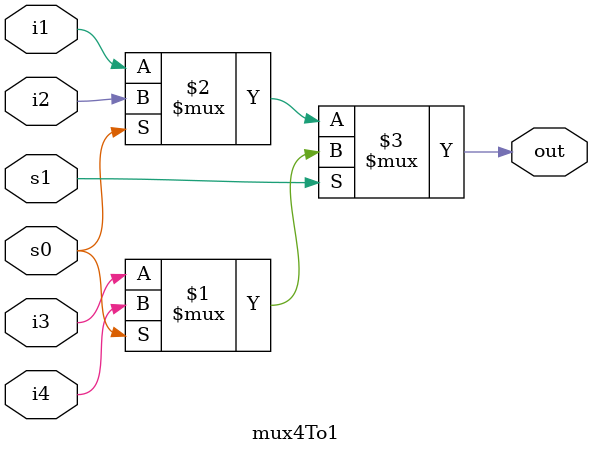
<source format=v>
`timescale 1ns / 1ps


module mux4To1 ( 
    input i1, 
    input i2, 
    input i3, 
    input i4, 
    input s0, s1,
    output out); 

 assign out = s1 ? (s0 ? i4 : i3) : (s0 ? i2 : i1); 

endmodule

</source>
